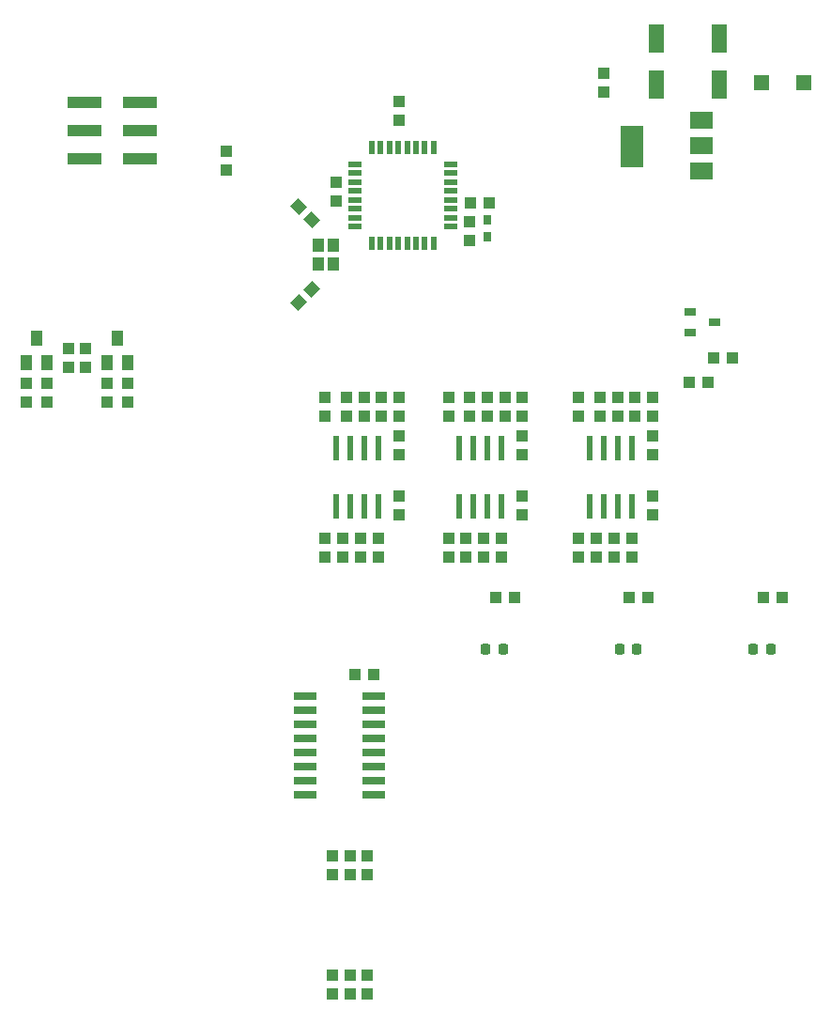
<source format=gbr>
%TF.GenerationSoftware,KiCad,Pcbnew,(6.0.11-0)*%
%TF.CreationDate,2023-03-06T22:39:13+01:00*%
%TF.ProjectId,grids,67726964-732e-46b6-9963-61645f706362,rev?*%
%TF.SameCoordinates,Original*%
%TF.FileFunction,Paste,Top*%
%TF.FilePolarity,Positive*%
%FSLAX46Y46*%
G04 Gerber Fmt 4.6, Leading zero omitted, Abs format (unit mm)*
G04 Created by KiCad (PCBNEW (6.0.11-0)) date 2023-03-06 22:39:13*
%MOMM*%
%LPD*%
G01*
G04 APERTURE LIST*
G04 Aperture macros list*
%AMRoundRect*
0 Rectangle with rounded corners*
0 $1 Rounding radius*
0 $2 $3 $4 $5 $6 $7 $8 $9 X,Y pos of 4 corners*
0 Add a 4 corners polygon primitive as box body*
4,1,4,$2,$3,$4,$5,$6,$7,$8,$9,$2,$3,0*
0 Add four circle primitives for the rounded corners*
1,1,$1+$1,$2,$3*
1,1,$1+$1,$4,$5*
1,1,$1+$1,$6,$7*
1,1,$1+$1,$8,$9*
0 Add four rect primitives between the rounded corners*
20,1,$1+$1,$2,$3,$4,$5,0*
20,1,$1+$1,$4,$5,$6,$7,0*
20,1,$1+$1,$6,$7,$8,$9,0*
20,1,$1+$1,$8,$9,$2,$3,0*%
%AMRotRect*
0 Rectangle, with rotation*
0 The origin of the aperture is its center*
0 $1 length*
0 $2 width*
0 $3 Rotation angle, in degrees counterclockwise*
0 Add horizontal line*
21,1,$1,$2,0,0,$3*%
G04 Aperture macros list end*
%ADD10R,2.032000X0.660400*%
%ADD11R,1.100000X1.000000*%
%ADD12R,1.000000X1.100000*%
%ADD13R,1.400000X2.600000*%
%ADD14R,1.000000X0.700000*%
%ADD15R,1.400000X1.400000*%
%ADD16R,0.600000X2.200000*%
%ADD17R,1.000000X1.400000*%
%ADD18R,3.150000X1.000000*%
%ADD19R,1.270000X0.558800*%
%ADD20R,0.558800X1.270000*%
%ADD21RotRect,1.100000X1.000000X45.000000*%
%ADD22R,2.006600X1.498600*%
%ADD23R,2.006600X3.810000*%
%ADD24R,0.700000X0.850000*%
%ADD25R,1.000000X1.150000*%
%ADD26RoundRect,0.218750X-0.218750X-0.256250X0.218750X-0.256250X0.218750X0.256250X-0.218750X0.256250X0*%
%ADD27RotRect,1.100000X1.000000X315.000000*%
G04 APERTURE END LIST*
D10*
%TO.C,IC6*%
X139405200Y-121513600D03*
X139405200Y-122783600D03*
X139405200Y-124053600D03*
X139405200Y-125323600D03*
X139405200Y-126593600D03*
X139405200Y-127863600D03*
X139405200Y-129133600D03*
X139405200Y-130403600D03*
X145552000Y-130403600D03*
X145552000Y-129133600D03*
X145552000Y-127863600D03*
X145552000Y-126593600D03*
X145552000Y-125323600D03*
X145552000Y-124053600D03*
X145552000Y-122783600D03*
X145552000Y-121513600D03*
%TD*%
D11*
%TO.C,R21*%
X170736100Y-94628600D03*
X170736100Y-96328600D03*
%TD*%
%TO.C,R22*%
X147876100Y-99821100D03*
X147876100Y-98121100D03*
%TD*%
%TO.C,R48*%
X143431100Y-146698600D03*
X143431100Y-148398600D03*
%TD*%
%TO.C,C8*%
X174013600Y-93256100D03*
X175713600Y-93256100D03*
%TD*%
D12*
%TO.C,C11*%
X152321100Y-96328600D03*
X152321100Y-94628600D03*
%TD*%
%TO.C,R8*%
X177936100Y-91033600D03*
X176236100Y-91033600D03*
%TD*%
%TO.C,C17*%
X164068600Y-107328600D03*
X164068600Y-109028600D03*
%TD*%
D11*
%TO.C,C18*%
X145551100Y-119608600D03*
X143851100Y-119608600D03*
%TD*%
D13*
%TO.C,C1*%
X171053600Y-66413600D03*
X171053600Y-62313600D03*
%TD*%
D12*
%TO.C,C9*%
X141208600Y-96328600D03*
X141208600Y-94628600D03*
%TD*%
D11*
%TO.C,R18*%
X158988600Y-94628600D03*
X158988600Y-96328600D03*
%TD*%
%TO.C,R19*%
X167561100Y-96328600D03*
X167561100Y-94628600D03*
%TD*%
D14*
%TO.C,IC2*%
X174081100Y-86908600D03*
X174081100Y-88808600D03*
X176281100Y-87858600D03*
%TD*%
D12*
%TO.C,C13*%
X164068600Y-96328600D03*
X164068600Y-94628600D03*
%TD*%
%TO.C,C12*%
X154226100Y-96328600D03*
X154226100Y-94628600D03*
%TD*%
D11*
%TO.C,R33*%
X153908600Y-107328600D03*
X153908600Y-109028600D03*
%TD*%
D15*
%TO.C,D1*%
X184383600Y-66268600D03*
X180583600Y-66268600D03*
%TD*%
D11*
%TO.C,R20*%
X169148600Y-94628600D03*
X169148600Y-96328600D03*
%TD*%
%TO.C,R49*%
X145018600Y-146698600D03*
X145018600Y-148398600D03*
%TD*%
D16*
%TO.C,IC5*%
X165021100Y-104428600D03*
X166291100Y-104428600D03*
X167561100Y-104428600D03*
X168831100Y-104428600D03*
X168831100Y-99228600D03*
X167561100Y-99228600D03*
X166291100Y-99228600D03*
X165021100Y-99228600D03*
%TD*%
D11*
%TO.C,R38*%
X168831100Y-109028600D03*
X168831100Y-107328600D03*
%TD*%
D12*
%TO.C,C10*%
X143113600Y-96328600D03*
X143113600Y-94628600D03*
%TD*%
D16*
%TO.C,IC3*%
X142161100Y-104428600D03*
X143431100Y-104428600D03*
X144701100Y-104428600D03*
X145971100Y-104428600D03*
X145971100Y-99228600D03*
X144701100Y-99228600D03*
X143431100Y-99228600D03*
X142161100Y-99228600D03*
%TD*%
D11*
%TO.C,R10*%
X116126100Y-95058600D03*
X116126100Y-93358600D03*
%TD*%
D17*
%TO.C,Q3*%
X121526100Y-91498600D03*
X122476100Y-89298600D03*
X123426100Y-91498600D03*
%TD*%
D13*
%TO.C,C19*%
X176768600Y-66413600D03*
X176768600Y-62313600D03*
%TD*%
D17*
%TO.C,Q2*%
X114223600Y-91498600D03*
X115173600Y-89298600D03*
X116123600Y-91498600D03*
%TD*%
D18*
%TO.C,J17*%
X124525000Y-73150000D03*
X119475000Y-73150000D03*
X124525000Y-70610000D03*
X119475000Y-70610000D03*
X124525000Y-68070000D03*
X119475000Y-68070000D03*
%TD*%
D11*
%TO.C,R24*%
X170736100Y-99821100D03*
X170736100Y-98121100D03*
%TD*%
D16*
%TO.C,IC4*%
X153273600Y-104428600D03*
X154543600Y-104428600D03*
X155813600Y-104428600D03*
X157083600Y-104428600D03*
X157083600Y-99228600D03*
X155813600Y-99228600D03*
X154543600Y-99228600D03*
X153273600Y-99228600D03*
%TD*%
D11*
%TO.C,R6*%
X119618600Y-90183600D03*
X119618600Y-91883600D03*
%TD*%
%TO.C,R36*%
X165656100Y-107328600D03*
X165656100Y-109028600D03*
%TD*%
%TO.C,R3*%
X147876100Y-69658600D03*
X147876100Y-67958600D03*
%TD*%
%TO.C,R34*%
X155496100Y-109028600D03*
X155496100Y-107328600D03*
%TD*%
D19*
%TO.C,IC1*%
X143901000Y-73628600D03*
X143901000Y-74428600D03*
X143901000Y-75228600D03*
X143901000Y-76028600D03*
X143901000Y-76828600D03*
X143901000Y-77628600D03*
X143901000Y-78428600D03*
X143901000Y-79228600D03*
D20*
X145393600Y-80721200D03*
X146193600Y-80721200D03*
X146993600Y-80721200D03*
X147793600Y-80721200D03*
X148593600Y-80721200D03*
X149393600Y-80721200D03*
X150193600Y-80721200D03*
X150993600Y-80721200D03*
D19*
X152486200Y-79228600D03*
X152486200Y-78428600D03*
X152486200Y-77628600D03*
X152486200Y-76828600D03*
X152486200Y-76028600D03*
X152486200Y-75228600D03*
X152486200Y-74428600D03*
X152486200Y-73628600D03*
D20*
X150993600Y-72136000D03*
X150193600Y-72136000D03*
X149393600Y-72136000D03*
X148593600Y-72136000D03*
X147793600Y-72136000D03*
X146993600Y-72136000D03*
X146193600Y-72136000D03*
X145393600Y-72136000D03*
%TD*%
D12*
%TO.C,R41*%
X180681100Y-112623600D03*
X182381100Y-112623600D03*
%TD*%
D21*
%TO.C,C7*%
X138797918Y-86101041D03*
X140000000Y-84898959D03*
%TD*%
D11*
%TO.C,R32*%
X145971100Y-109028600D03*
X145971100Y-107328600D03*
%TD*%
%TO.C,R15*%
X147876100Y-94628600D03*
X147876100Y-96328600D03*
%TD*%
%TO.C,R43*%
X141843600Y-135903600D03*
X141843600Y-137603600D03*
%TD*%
%TO.C,R45*%
X145018600Y-135903600D03*
X145018600Y-137603600D03*
%TD*%
D12*
%TO.C,C6*%
X154226100Y-78753600D03*
X154226100Y-80453600D03*
%TD*%
%TO.C,C3*%
X142161100Y-76961100D03*
X142161100Y-75261100D03*
%TD*%
D11*
%TO.C,R23*%
X158988600Y-99821100D03*
X158988600Y-98121100D03*
%TD*%
%TO.C,R4*%
X132318600Y-72403600D03*
X132318600Y-74103600D03*
%TD*%
%TO.C,R17*%
X157401100Y-94628600D03*
X157401100Y-96328600D03*
%TD*%
%TO.C,R29*%
X170736100Y-103518600D03*
X170736100Y-105218600D03*
%TD*%
D22*
%TO.C,IC7*%
X175155700Y-74244200D03*
X175155700Y-71958200D03*
X175155700Y-69672200D03*
D23*
X168856500Y-71983600D03*
%TD*%
D11*
%TO.C,R12*%
X123428600Y-95058600D03*
X123428600Y-93358600D03*
%TD*%
%TO.C,R37*%
X167243600Y-109028600D03*
X167243600Y-107328600D03*
%TD*%
%TO.C,R30*%
X142796100Y-107328600D03*
X142796100Y-109028600D03*
%TD*%
D12*
%TO.C,C15*%
X141208600Y-107328600D03*
X141208600Y-109028600D03*
%TD*%
D11*
%TO.C,R35*%
X157083600Y-109028600D03*
X157083600Y-107328600D03*
%TD*%
%TO.C,R47*%
X141843600Y-146698600D03*
X141843600Y-148398600D03*
%TD*%
%TO.C,R16*%
X155813600Y-96328600D03*
X155813600Y-94628600D03*
%TD*%
D24*
%TO.C,L1*%
X155813600Y-80186100D03*
X155813600Y-78586100D03*
%TD*%
D11*
%TO.C,R28*%
X158988600Y-103518600D03*
X158988600Y-105218600D03*
%TD*%
D12*
%TO.C,C4*%
X166291100Y-67118600D03*
X166291100Y-65418600D03*
%TD*%
D25*
%TO.C,Q1*%
X141950000Y-82625000D03*
X141950000Y-80875000D03*
X140550000Y-80875000D03*
X140550000Y-82625000D03*
%TD*%
D11*
%TO.C,R31*%
X144383600Y-109028600D03*
X144383600Y-107328600D03*
%TD*%
D26*
%TO.C,D2*%
X179791100Y-117322600D03*
X181366100Y-117322600D03*
%TD*%
%TO.C,D4*%
X155661100Y-117322600D03*
X157236100Y-117322600D03*
%TD*%
D12*
%TO.C,C14*%
X165973600Y-96328600D03*
X165973600Y-94628600D03*
%TD*%
D11*
%TO.C,R27*%
X147876100Y-103518600D03*
X147876100Y-105218600D03*
%TD*%
%TO.C,C5*%
X154328600Y-77063600D03*
X156028600Y-77063600D03*
%TD*%
%TO.C,R44*%
X143431100Y-135903600D03*
X143431100Y-137603600D03*
%TD*%
%TO.C,R7*%
X118031100Y-90183600D03*
X118031100Y-91883600D03*
%TD*%
%TO.C,R13*%
X144701100Y-96328600D03*
X144701100Y-94628600D03*
%TD*%
D26*
%TO.C,D3*%
X167726100Y-117322600D03*
X169301100Y-117322600D03*
%TD*%
D12*
%TO.C,R40*%
X168616100Y-112623600D03*
X170316100Y-112623600D03*
%TD*%
D11*
%TO.C,R14*%
X146288600Y-94628600D03*
X146288600Y-96328600D03*
%TD*%
D12*
%TO.C,C16*%
X152321100Y-107328600D03*
X152321100Y-109028600D03*
%TD*%
D11*
%TO.C,R11*%
X121523600Y-93358600D03*
X121523600Y-95058600D03*
%TD*%
D12*
%TO.C,R39*%
X156551100Y-112623600D03*
X158251100Y-112623600D03*
%TD*%
D27*
%TO.C,C2*%
X138797918Y-77398959D03*
X140000000Y-78601041D03*
%TD*%
D11*
%TO.C,R9*%
X114221100Y-93358600D03*
X114221100Y-95058600D03*
%TD*%
M02*

</source>
